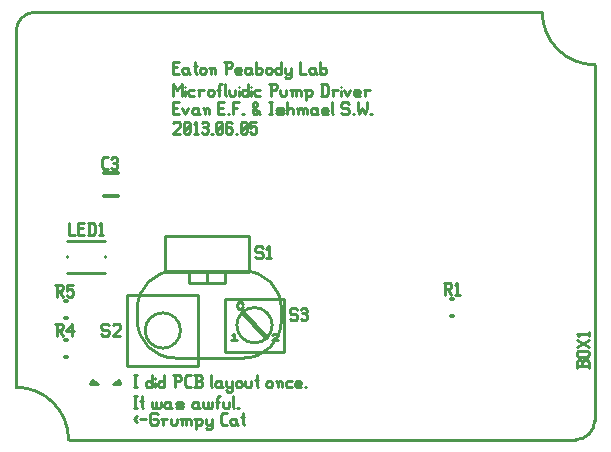
<source format=gbr>
G04 start of page 8 for group -4079 idx -4079 *
G04 Title: (unknown), topsilk *
G04 Creator: pcb 20110918 *
G04 CreationDate: Mon Jun 10 22:15:59 2013 UTC *
G04 For: fosse *
G04 Format: Gerber/RS-274X *
G04 PCB-Dimensions: 200000 148000 *
G04 PCB-Coordinate-Origin: lower left *
%MOIN*%
%FSLAX25Y25*%
%LNTOPSILK*%
%ADD78C,0.0130*%
%ADD77C,0.0160*%
%ADD76C,0.0110*%
%ADD75C,0.0100*%
G54D75*X28000Y23000D02*X30000Y21500D01*
X27500D01*
X28000Y23000D01*
X28286Y22786D02*Y21714D01*
X37000Y23000D02*X35000Y21500D01*
X37500D01*
X37000Y23000D01*
X36714Y22786D02*Y21714D01*
X42000Y24500D02*X43000D01*
X42500D02*Y20500D01*
X42000D02*X43000D01*
X48000Y24500D02*Y20500D01*
X47500D02*X48000Y21000D01*
X46500Y20500D02*X47500D01*
X46000Y21000D02*X46500Y20500D01*
X46000Y22000D02*Y21000D01*
Y22000D02*X46500Y22500D01*
X47500D01*
X48000Y22000D01*
X49200Y23500D02*Y23400D01*
Y22000D02*Y20500D01*
X52200Y24500D02*Y20500D01*
X51700D02*X52200Y21000D01*
X50700Y20500D02*X51700D01*
X50200Y21000D02*X50700Y20500D01*
X50200Y22000D02*Y21000D01*
Y22000D02*X50700Y22500D01*
X51700D01*
X52200Y22000D01*
X55700Y24500D02*Y20500D01*
X55200Y24500D02*X57200D01*
X57700Y24000D01*
Y23000D01*
X57200Y22500D02*X57700Y23000D01*
X55700Y22500D02*X57200D01*
X59600Y20500D02*X60900D01*
X58900Y21200D02*X59600Y20500D01*
X58900Y23800D02*Y21200D01*
Y23800D02*X59600Y24500D01*
X60900D01*
X62100Y20500D02*X64100D01*
X64600Y21000D01*
Y22200D02*Y21000D01*
X64100Y22700D02*X64600Y22200D01*
X62600Y22700D02*X64100D01*
X62600Y24500D02*Y20500D01*
X62100Y24500D02*X64100D01*
X64600Y24000D01*
Y23200D01*
X64100Y22700D02*X64600Y23200D01*
X67600Y24500D02*Y21000D01*
X68100Y20500D01*
X70600Y22500D02*X71100Y22000D01*
X69600Y22500D02*X70600D01*
X69100Y22000D02*X69600Y22500D01*
X69100Y22000D02*Y21000D01*
X69600Y20500D01*
X71100Y22500D02*Y21000D01*
X71600Y20500D01*
X69600D02*X70600D01*
X71100Y21000D01*
X72800Y22500D02*Y21000D01*
X73300Y20500D01*
X74800Y22500D02*Y19500D01*
X74300Y19000D02*X74800Y19500D01*
X73300Y19000D02*X74300D01*
X72800Y19500D02*X73300Y19000D01*
Y20500D02*X74300D01*
X74800Y21000D01*
X76000Y22000D02*Y21000D01*
Y22000D02*X76500Y22500D01*
X77500D01*
X78000Y22000D01*
Y21000D01*
X77500Y20500D02*X78000Y21000D01*
X76500Y20500D02*X77500D01*
X76000Y21000D02*X76500Y20500D01*
X79200Y22500D02*Y21000D01*
X79700Y20500D01*
X80700D01*
X81200Y21000D01*
Y22500D02*Y21000D01*
X82900Y24500D02*Y21000D01*
X83400Y20500D01*
X82400Y23000D02*X83400D01*
X86200Y22000D02*Y21000D01*
Y22000D02*X86700Y22500D01*
X87700D01*
X88200Y22000D01*
Y21000D01*
X87700Y20500D02*X88200Y21000D01*
X86700Y20500D02*X87700D01*
X86200Y21000D02*X86700Y20500D01*
X89900Y22000D02*Y20500D01*
Y22000D02*X90400Y22500D01*
X90900D01*
X91400Y22000D01*
Y20500D01*
X89400Y22500D02*X89900Y22000D01*
X93100Y22500D02*X94600D01*
X92600Y22000D02*X93100Y22500D01*
X92600Y22000D02*Y21000D01*
X93100Y20500D01*
X94600D01*
X96300D02*X97800D01*
X95800Y21000D02*X96300Y20500D01*
X95800Y22000D02*Y21000D01*
Y22000D02*X96300Y22500D01*
X97300D01*
X97800Y22000D01*
X95800Y21500D02*X97800D01*
Y22000D02*Y21500D01*
X99000Y20500D02*X99500D01*
X42000Y17500D02*X43000D01*
X42500D02*Y13500D01*
X42000D02*X43000D01*
X44700Y17500D02*Y14000D01*
X45200Y13500D01*
X44200Y16000D02*X45200D01*
X48000Y15500D02*Y14000D01*
X48500Y13500D01*
X49000D01*
X49500Y14000D01*
Y15500D02*Y14000D01*
X50000Y13500D01*
X50500D01*
X51000Y14000D01*
Y15500D02*Y14000D01*
X53700Y15500D02*X54200Y15000D01*
X52700Y15500D02*X53700D01*
X52200Y15000D02*X52700Y15500D01*
X52200Y15000D02*Y14000D01*
X52700Y13500D01*
X54200Y15500D02*Y14000D01*
X54700Y13500D01*
X52700D02*X53700D01*
X54200Y14000D01*
X56400Y13500D02*X57900D01*
X58400Y14000D01*
X57900Y14500D02*X58400Y14000D01*
X56400Y14500D02*X57900D01*
X55900Y15000D02*X56400Y14500D01*
X55900Y15000D02*X56400Y15500D01*
X57900D01*
X58400Y15000D01*
X55900Y14000D02*X56400Y13500D01*
X62900Y15500D02*X63400Y15000D01*
X61900Y15500D02*X62900D01*
X61400Y15000D02*X61900Y15500D01*
X61400Y15000D02*Y14000D01*
X61900Y13500D01*
X63400Y15500D02*Y14000D01*
X63900Y13500D01*
X61900D02*X62900D01*
X63400Y14000D01*
X65100Y15500D02*Y14000D01*
X65600Y13500D01*
X66100D01*
X66600Y14000D01*
Y15500D02*Y14000D01*
X67100Y13500D01*
X67600D01*
X68100Y14000D01*
Y15500D02*Y14000D01*
X69800Y17000D02*Y13500D01*
Y17000D02*X70300Y17500D01*
X70800D01*
X69300Y15500D02*X70300D01*
X71800D02*Y14000D01*
X72300Y13500D01*
X73300D01*
X73800Y14000D01*
Y15500D02*Y14000D01*
X75000Y17500D02*Y14000D01*
X75500Y13500D01*
X76500D02*X77000D01*
X42000Y10000D02*X43000Y11000D01*
X42000Y10000D02*X43000Y9000D01*
X44200Y10000D02*X46200D01*
X49400Y12000D02*X49900Y11500D01*
X47900Y12000D02*X49400D01*
X47400Y11500D02*X47900Y12000D01*
X47400Y11500D02*Y8500D01*
X47900Y8000D01*
X49400D01*
X49900Y8500D01*
Y9500D02*Y8500D01*
X49400Y10000D02*X49900Y9500D01*
X48400Y10000D02*X49400D01*
X51600Y9500D02*Y8000D01*
Y9500D02*X52100Y10000D01*
X53100D01*
X51100D02*X51600Y9500D01*
X54300Y10000D02*Y8500D01*
X54800Y8000D01*
X55800D01*
X56300Y8500D01*
Y10000D02*Y8500D01*
X58000Y9500D02*Y8000D01*
Y9500D02*X58500Y10000D01*
X59000D01*
X59500Y9500D01*
Y8000D01*
Y9500D02*X60000Y10000D01*
X60500D01*
X61000Y9500D01*
Y8000D01*
X57500Y10000D02*X58000Y9500D01*
X62700D02*Y6500D01*
X62200Y10000D02*X62700Y9500D01*
X63200Y10000D01*
X64200D01*
X64700Y9500D01*
Y8500D01*
X64200Y8000D02*X64700Y8500D01*
X63200Y8000D02*X64200D01*
X62700Y8500D02*X63200Y8000D01*
X65900Y10000D02*Y8500D01*
X66400Y8000D01*
X67900Y10000D02*Y7000D01*
X67400Y6500D02*X67900Y7000D01*
X66400Y6500D02*X67400D01*
X65900Y7000D02*X66400Y6500D01*
Y8000D02*X67400D01*
X67900Y8500D01*
X71600Y8000D02*X72900D01*
X70900Y8700D02*X71600Y8000D01*
X70900Y11300D02*Y8700D01*
Y11300D02*X71600Y12000D01*
X72900D01*
X75600Y10000D02*X76100Y9500D01*
X74600Y10000D02*X75600D01*
X74100Y9500D02*X74600Y10000D01*
X74100Y9500D02*Y8500D01*
X74600Y8000D01*
X76100Y10000D02*Y8500D01*
X76600Y8000D01*
X74600D02*X75600D01*
X76100Y8500D01*
X78300Y12000D02*Y8500D01*
X78800Y8000D01*
X77800Y10500D02*X78800D01*
X55000Y127200D02*X56500D01*
X55000Y125000D02*X57000D01*
X55000Y129000D02*Y125000D01*
Y129000D02*X57000D01*
X59700Y127000D02*X60200Y126500D01*
X58700Y127000D02*X59700D01*
X58200Y126500D02*X58700Y127000D01*
X58200Y126500D02*Y125500D01*
X58700Y125000D01*
X60200Y127000D02*Y125500D01*
X60700Y125000D01*
X58700D02*X59700D01*
X60200Y125500D01*
X62400Y129000D02*Y125500D01*
X62900Y125000D01*
X61900Y127500D02*X62900D01*
X63900Y126500D02*Y125500D01*
Y126500D02*X64400Y127000D01*
X65400D01*
X65900Y126500D01*
Y125500D01*
X65400Y125000D02*X65900Y125500D01*
X64400Y125000D02*X65400D01*
X63900Y125500D02*X64400Y125000D01*
X67600Y126500D02*Y125000D01*
Y126500D02*X68100Y127000D01*
X68600D01*
X69100Y126500D01*
Y125000D01*
X67100Y127000D02*X67600Y126500D01*
X72600Y129000D02*Y125000D01*
X72100Y129000D02*X74100D01*
X74600Y128500D01*
Y127500D01*
X74100Y127000D02*X74600Y127500D01*
X72600Y127000D02*X74100D01*
X76300Y125000D02*X77800D01*
X75800Y125500D02*X76300Y125000D01*
X75800Y126500D02*Y125500D01*
Y126500D02*X76300Y127000D01*
X77300D01*
X77800Y126500D01*
X75800Y126000D02*X77800D01*
Y126500D02*Y126000D01*
X80500Y127000D02*X81000Y126500D01*
X79500Y127000D02*X80500D01*
X79000Y126500D02*X79500Y127000D01*
X79000Y126500D02*Y125500D01*
X79500Y125000D01*
X81000Y127000D02*Y125500D01*
X81500Y125000D01*
X79500D02*X80500D01*
X81000Y125500D01*
X82700Y129000D02*Y125000D01*
Y125500D02*X83200Y125000D01*
X84200D01*
X84700Y125500D01*
Y126500D02*Y125500D01*
X84200Y127000D02*X84700Y126500D01*
X83200Y127000D02*X84200D01*
X82700Y126500D02*X83200Y127000D01*
X85900Y126500D02*Y125500D01*
Y126500D02*X86400Y127000D01*
X87400D01*
X87900Y126500D01*
Y125500D01*
X87400Y125000D02*X87900Y125500D01*
X86400Y125000D02*X87400D01*
X85900Y125500D02*X86400Y125000D01*
X91100Y129000D02*Y125000D01*
X90600D02*X91100Y125500D01*
X89600Y125000D02*X90600D01*
X89100Y125500D02*X89600Y125000D01*
X89100Y126500D02*Y125500D01*
Y126500D02*X89600Y127000D01*
X90600D01*
X91100Y126500D01*
X92300Y127000D02*Y125500D01*
X92800Y125000D01*
X94300Y127000D02*Y124000D01*
X93800Y123500D02*X94300Y124000D01*
X92800Y123500D02*X93800D01*
X92300Y124000D02*X92800Y123500D01*
Y125000D02*X93800D01*
X94300Y125500D01*
X97300Y129000D02*Y125000D01*
X99300D01*
X102000Y127000D02*X102500Y126500D01*
X101000Y127000D02*X102000D01*
X100500Y126500D02*X101000Y127000D01*
X100500Y126500D02*Y125500D01*
X101000Y125000D01*
X102500Y127000D02*Y125500D01*
X103000Y125000D01*
X101000D02*X102000D01*
X102500Y125500D01*
X104200Y129000D02*Y125000D01*
Y125500D02*X104700Y125000D01*
X105700D01*
X106200Y125500D01*
Y126500D02*Y125500D01*
X105700Y127000D02*X106200Y126500D01*
X104700Y127000D02*X105700D01*
X104200Y126500D02*X104700Y127000D01*
X54974Y121721D02*Y117721D01*
Y121721D02*X56474Y119721D01*
X57974Y121721D01*
Y117721D01*
X59174Y120721D02*Y120621D01*
Y119221D02*Y117721D01*
X60674Y119721D02*X62174D01*
X60174Y119221D02*X60674Y119721D01*
X60174Y119221D02*Y118221D01*
X60674Y117721D01*
X62174D01*
X63874Y119221D02*Y117721D01*
Y119221D02*X64374Y119721D01*
X65374D01*
X63374D02*X63874Y119221D01*
X66574D02*Y118221D01*
Y119221D02*X67074Y119721D01*
X68074D01*
X68574Y119221D01*
Y118221D01*
X68074Y117721D02*X68574Y118221D01*
X67074Y117721D02*X68074D01*
X66574Y118221D02*X67074Y117721D01*
X70274Y121221D02*Y117721D01*
Y121221D02*X70774Y121721D01*
X71274D01*
X69774Y119721D02*X70774D01*
X72274Y121721D02*Y118221D01*
X72774Y117721D01*
X73774Y119721D02*Y118221D01*
X74274Y117721D01*
X75274D01*
X75774Y118221D01*
Y119721D02*Y118221D01*
X76974Y120721D02*Y120621D01*
Y119221D02*Y117721D01*
X79974Y121721D02*Y117721D01*
X79474D02*X79974Y118221D01*
X78474Y117721D02*X79474D01*
X77974Y118221D02*X78474Y117721D01*
X77974Y119221D02*Y118221D01*
Y119221D02*X78474Y119721D01*
X79474D01*
X79974Y119221D01*
X81174Y120721D02*Y120621D01*
Y119221D02*Y117721D01*
X82674Y119721D02*X84174D01*
X82174Y119221D02*X82674Y119721D01*
X82174Y119221D02*Y118221D01*
X82674Y117721D01*
X84174D01*
X87674Y121721D02*Y117721D01*
X87174Y121721D02*X89174D01*
X89674Y121221D01*
Y120221D01*
X89174Y119721D02*X89674Y120221D01*
X87674Y119721D02*X89174D01*
X90874D02*Y118221D01*
X91374Y117721D01*
X92374D01*
X92874Y118221D01*
Y119721D02*Y118221D01*
X94574Y119221D02*Y117721D01*
Y119221D02*X95074Y119721D01*
X95574D01*
X96074Y119221D01*
Y117721D01*
Y119221D02*X96574Y119721D01*
X97074D01*
X97574Y119221D01*
Y117721D01*
X94074Y119721D02*X94574Y119221D01*
X99274D02*Y116221D01*
X98774Y119721D02*X99274Y119221D01*
X99774Y119721D01*
X100774D01*
X101274Y119221D01*
Y118221D01*
X100774Y117721D02*X101274Y118221D01*
X99774Y117721D02*X100774D01*
X99274Y118221D02*X99774Y117721D01*
X104774Y121721D02*Y117721D01*
X106074Y121721D02*X106774Y121021D01*
Y118421D01*
X106074Y117721D02*X106774Y118421D01*
X104274Y117721D02*X106074D01*
X104274Y121721D02*X106074D01*
X108474Y119221D02*Y117721D01*
Y119221D02*X108974Y119721D01*
X109974D01*
X107974D02*X108474Y119221D01*
X111174Y120721D02*Y120621D01*
Y119221D02*Y117721D01*
X112174Y119721D02*X113174Y117721D01*
X114174Y119721D02*X113174Y117721D01*
X115874D02*X117374D01*
X115374Y118221D02*X115874Y117721D01*
X115374Y119221D02*Y118221D01*
Y119221D02*X115874Y119721D01*
X116874D01*
X117374Y119221D01*
X115374Y118721D02*X117374D01*
Y119221D02*Y118721D01*
X119074Y119221D02*Y117721D01*
Y119221D02*X119574Y119721D01*
X120574D01*
X118574D02*X119074Y119221D01*
X55000Y108500D02*X55500Y109000D01*
X57000D01*
X57500Y108500D01*
Y107500D01*
X55000Y105000D02*X57500Y107500D01*
X55000Y105000D02*X57500D01*
X58700Y105500D02*X59200Y105000D01*
X58700Y108500D02*Y105500D01*
Y108500D02*X59200Y109000D01*
X60200D01*
X60700Y108500D01*
Y105500D01*
X60200Y105000D02*X60700Y105500D01*
X59200Y105000D02*X60200D01*
X58700Y106000D02*X60700Y108000D01*
X61900Y108200D02*X62700Y109000D01*
Y105000D01*
X61900D02*X63400D01*
X64600Y108500D02*X65100Y109000D01*
X66100D01*
X66600Y108500D01*
X66100Y105000D02*X66600Y105500D01*
X65100Y105000D02*X66100D01*
X64600Y105500D02*X65100Y105000D01*
Y107200D02*X66100D01*
X66600Y108500D02*Y107700D01*
Y106700D02*Y105500D01*
Y106700D02*X66100Y107200D01*
X66600Y107700D02*X66100Y107200D01*
X67800Y105000D02*X68300D01*
X69500Y105500D02*X70000Y105000D01*
X69500Y108500D02*Y105500D01*
Y108500D02*X70000Y109000D01*
X71000D01*
X71500Y108500D01*
Y105500D01*
X71000Y105000D02*X71500Y105500D01*
X70000Y105000D02*X71000D01*
X69500Y106000D02*X71500Y108000D01*
X74200Y109000D02*X74700Y108500D01*
X73200Y109000D02*X74200D01*
X72700Y108500D02*X73200Y109000D01*
X72700Y108500D02*Y105500D01*
X73200Y105000D01*
X74200Y107200D02*X74700Y106700D01*
X72700Y107200D02*X74200D01*
X73200Y105000D02*X74200D01*
X74700Y105500D01*
Y106700D02*Y105500D01*
X75900Y105000D02*X76400D01*
X77600Y105500D02*X78100Y105000D01*
X77600Y108500D02*Y105500D01*
Y108500D02*X78100Y109000D01*
X79100D01*
X79600Y108500D01*
Y105500D01*
X79100Y105000D02*X79600Y105500D01*
X78100Y105000D02*X79100D01*
X77600Y106000D02*X79600Y108000D01*
X80800Y109000D02*X82800D01*
X80800D02*Y107000D01*
X81300Y107500D01*
X82300D01*
X82800Y107000D01*
Y105500D01*
X82300Y105000D02*X82800Y105500D01*
X81300Y105000D02*X82300D01*
X80800Y105500D02*X81300Y105000D01*
X55000Y113700D02*X56500D01*
X55000Y111500D02*X57000D01*
X55000Y115500D02*Y111500D01*
Y115500D02*X57000D01*
X58200Y113500D02*X59200Y111500D01*
X60200Y113500D02*X59200Y111500D01*
X62900Y113500D02*X63400Y113000D01*
X61900Y113500D02*X62900D01*
X61400Y113000D02*X61900Y113500D01*
X61400Y113000D02*Y112000D01*
X61900Y111500D01*
X63400Y113500D02*Y112000D01*
X63900Y111500D01*
X61900D02*X62900D01*
X63400Y112000D01*
X65600Y113000D02*Y111500D01*
Y113000D02*X66100Y113500D01*
X66600D01*
X67100Y113000D01*
Y111500D01*
X65100Y113500D02*X65600Y113000D01*
X70100Y113700D02*X71600D01*
X70100Y111500D02*X72100D01*
X70100Y115500D02*Y111500D01*
Y115500D02*X72100D01*
X73300Y111500D02*X73800D01*
X75000Y115500D02*Y111500D01*
Y115500D02*X77000D01*
X75000Y113700D02*X76500D01*
X78200Y111500D02*X78700D01*
X81700Y112000D02*X82200Y111500D01*
X81700Y115000D02*Y114000D01*
Y115000D02*X82200Y115500D01*
X81700Y113000D02*X83200Y114500D01*
X82200Y111500D02*X82700D01*
X83700Y112500D01*
X81700Y114000D02*X84200Y111500D01*
X82200Y115500D02*X82700D01*
X83200Y115000D01*
Y114500D01*
X81700Y113000D02*Y112000D01*
X87200Y115500D02*X88200D01*
X87700D02*Y111500D01*
X87200D02*X88200D01*
X89900D02*X91400D01*
X91900Y112000D01*
X91400Y112500D02*X91900Y112000D01*
X89900Y112500D02*X91400D01*
X89400Y113000D02*X89900Y112500D01*
X89400Y113000D02*X89900Y113500D01*
X91400D01*
X91900Y113000D01*
X89400Y112000D02*X89900Y111500D01*
X93100Y115500D02*Y111500D01*
Y113000D02*X93600Y113500D01*
X94600D01*
X95100Y113000D01*
Y111500D01*
X96800Y113000D02*Y111500D01*
Y113000D02*X97300Y113500D01*
X97800D01*
X98300Y113000D01*
Y111500D01*
Y113000D02*X98800Y113500D01*
X99300D01*
X99800Y113000D01*
Y111500D01*
X96300Y113500D02*X96800Y113000D01*
X102500Y113500D02*X103000Y113000D01*
X101500Y113500D02*X102500D01*
X101000Y113000D02*X101500Y113500D01*
X101000Y113000D02*Y112000D01*
X101500Y111500D01*
X103000Y113500D02*Y112000D01*
X103500Y111500D01*
X101500D02*X102500D01*
X103000Y112000D01*
X105200Y111500D02*X106700D01*
X104700Y112000D02*X105200Y111500D01*
X104700Y113000D02*Y112000D01*
Y113000D02*X105200Y113500D01*
X106200D01*
X106700Y113000D01*
X104700Y112500D02*X106700D01*
Y113000D02*Y112500D01*
X107900Y115500D02*Y112000D01*
X108400Y111500D01*
X113200Y115500D02*X113700Y115000D01*
X111700Y115500D02*X113200D01*
X111200Y115000D02*X111700Y115500D01*
X111200Y115000D02*Y114000D01*
X111700Y113500D01*
X113200D01*
X113700Y113000D01*
Y112000D01*
X113200Y111500D02*X113700Y112000D01*
X111700Y111500D02*X113200D01*
X111200Y112000D02*X111700Y111500D01*
X114900D02*X115400D01*
X116600Y115500D02*Y113500D01*
X117100Y111500D01*
X118100Y113500D01*
X119100Y111500D01*
X119600Y113500D01*
Y115500D02*Y113500D01*
X120800Y111500D02*X121300D01*
X39864Y51276D02*X63486D01*
Y27654D01*
X39864D02*X63486D01*
X39864Y51276D02*Y27654D01*
X57581Y39465D02*G75*G03X51675Y45371I-5906J0D01*G01*
Y33559D02*G75*G03X57581Y39465I0J5906D01*G01*
X45769D02*G75*G03X51675Y33559I5906J0D01*G01*
Y45371D02*G75*G03X45769Y39465I0J-5906D01*G01*
G54D76*X72382Y50062D02*X92067D01*
Y32346D01*
X72382D01*
Y50062D01*
G54D77*X86162Y37267D02*X78288Y45141D01*
G54D76*X89508Y38449D02*Y38448D01*
X90098Y37858D02*Y37464D01*
X89508Y38448D02*X90098Y37858D01*
X75335Y36283D02*Y38449D01*
X76319Y36283D02*X74351D01*
X75335Y38449D02*X74744Y37858D01*
X90098Y36282D02*X88130D01*
X90098Y37464D02*X88130Y36282D01*
Y37858D02*Y37859D01*
X88720Y38449D01*
X89507D01*
X76909Y46716D02*X77697D01*
Y48881D02*X76909D01*
X76319Y48291D01*
Y47306D01*
X76909Y46716D01*
X78287Y48291D02*X77697Y48881D01*
Y46716D02*X78287Y47306D01*
X88130Y41204D02*G75*G03X82224Y47110I-5906J0D01*G01*
G75*G03X76319Y41205I0J-5905D01*G01*
G75*G03X82225Y35299I5906J0D01*G01*
G75*G03X88130Y41204I0J5905D01*G01*
G54D75*X80550Y70900D02*X52250D01*
Y59100D01*
X80550D01*
Y70900D01*
X60500Y59100D02*Y55200D01*
X72300D01*
Y59100D01*
X66400D02*Y55200D01*
G54D78*X147607Y49961D02*X148393D01*
X147607Y44451D02*X148393D01*
G54D75*X195650Y128050D02*Y9450D01*
X9150Y145550D02*X178150D01*
X20250Y3050D02*X189250D01*
X2750Y139150D02*Y20550D01*
X55700Y30300D02*X78700D01*
X55700Y59300D02*X78700D01*
X43200Y46900D02*Y42700D01*
X91200Y47000D02*Y42600D01*
X189250Y3050D02*G75*G03X195650Y9450I0J6400D01*G01*
X178150Y145550D02*G75*G03X195650Y128050I17500J0D01*G01*
X20250Y3050D02*G75*G03X2750Y20550I-17500J0D01*G01*
X9150Y145550D02*G75*G03X2750Y139150I0J-6400D01*G01*
X91200Y46800D02*G75*G03X78700Y59300I-12500J0D01*G01*
X55700D02*G75*G03X43200Y46800I0J-12500D01*G01*
Y42800D02*G75*G03X55700Y30300I12500J0D01*G01*
X78700D02*G75*G03X91200Y42800I0J12500D01*G01*
G54D78*X19107Y36255D02*X19893D01*
X19107Y30745D02*X19893D01*
X19107Y49255D02*X19893D01*
X19107Y43745D02*X19893D01*
X32138Y91843D02*X36862D01*
X32138Y84363D02*X36862D01*
G54D75*X32299Y58685D02*X19701D01*
Y69315D02*X32299D01*
Y64197D02*Y63803D01*
X19701Y64197D02*Y63803D01*
X145393Y55356D02*X147393D01*
X147893Y54856D01*
Y53856D01*
X147393Y53356D02*X147893Y53856D01*
X145893Y53356D02*X147393D01*
X145893Y55356D02*Y51356D01*
X146693Y53356D02*X147893Y51356D01*
X149093Y54556D02*X149893Y55356D01*
Y51356D01*
X149093D02*X150593D01*
X95965Y46952D02*X96465Y46452D01*
X94465Y46952D02*X95965D01*
X93965Y46452D02*X94465Y46952D01*
X93965Y46452D02*Y45452D01*
X94465Y44952D01*
X95965D01*
X96465Y44452D01*
Y43452D01*
X95965Y42952D02*X96465Y43452D01*
X94465Y42952D02*X95965D01*
X93965Y43452D02*X94465Y42952D01*
X97665Y46452D02*X98165Y46952D01*
X99165D01*
X99665Y46452D01*
X99165Y42952D02*X99665Y43452D01*
X98165Y42952D02*X99165D01*
X97665Y43452D02*X98165Y42952D01*
Y45152D02*X99165D01*
X99665Y46452D02*Y45652D01*
Y44652D02*Y43452D01*
Y44652D02*X99165Y45152D01*
X99665Y45652D02*X99165Y45152D01*
X193620Y29010D02*Y27010D01*
Y29010D02*X193120Y29510D01*
X191920D02*X193120D01*
X191420Y29010D02*X191920Y29510D01*
X191420Y29010D02*Y27510D01*
X189620D02*X193620D01*
X189620Y29010D02*Y27010D01*
Y29010D02*X190120Y29510D01*
X190920D01*
X191420Y29010D02*X190920Y29510D01*
X190120Y30710D02*X193120D01*
X190120D02*X189620Y31210D01*
Y32210D02*Y31210D01*
Y32210D02*X190120Y32710D01*
X193120D01*
X193620Y32210D02*X193120Y32710D01*
X193620Y32210D02*Y31210D01*
X193120Y30710D02*X193620Y31210D01*
Y33910D02*X189620Y36410D01*
Y33910D02*X193620Y36410D01*
X190420Y37610D02*X189620Y38410D01*
X193620D01*
Y39110D02*Y37610D01*
X32050Y93253D02*X33350D01*
X31350Y93953D02*X32050Y93253D01*
X31350Y96553D02*Y93953D01*
Y96553D02*X32050Y97253D01*
X33350D01*
X34550Y96753D02*X35050Y97253D01*
X36050D01*
X36550Y96753D01*
X36050Y93253D02*X36550Y93753D01*
X35050Y93253D02*X36050D01*
X34550Y93753D02*X35050Y93253D01*
Y95453D02*X36050D01*
X36550Y96753D02*Y95953D01*
Y94953D02*Y93753D01*
Y94953D02*X36050Y95453D01*
X36550Y95953D02*X36050Y95453D01*
X20291Y75402D02*Y71402D01*
X22291D01*
X23491Y73602D02*X24991D01*
X23491Y71402D02*X25491D01*
X23491Y75402D02*Y71402D01*
Y75402D02*X25491D01*
X27191D02*Y71402D01*
X28491Y75402D02*X29191Y74702D01*
Y72102D01*
X28491Y71402D02*X29191Y72102D01*
X26691Y71402D02*X28491D01*
X26691Y75402D02*X28491D01*
X30391Y74602D02*X31191Y75402D01*
Y71402D01*
X30391D02*X31891D01*
X15807Y41650D02*X17807D01*
X18307Y41150D01*
Y40150D01*
X17807Y39650D02*X18307Y40150D01*
X16307Y39650D02*X17807D01*
X16307Y41650D02*Y37650D01*
X17107Y39650D02*X18307Y37650D01*
X19507Y39150D02*X21507Y41650D01*
X19507Y39150D02*X22007D01*
X21507Y41650D02*Y37650D01*
X15893Y54650D02*X17893D01*
X18393Y54150D01*
Y53150D01*
X17893Y52650D02*X18393Y53150D01*
X16393Y52650D02*X17893D01*
X16393Y54650D02*Y50650D01*
X17193Y52650D02*X18393Y50650D01*
X19593Y54650D02*X21593D01*
X19593D02*Y52650D01*
X20093Y53150D01*
X21093D01*
X21593Y52650D01*
Y51150D01*
X21093Y50650D02*X21593Y51150D01*
X20093Y50650D02*X21093D01*
X19593Y51150D02*X20093Y50650D01*
X33222Y41666D02*X33722Y41166D01*
X31722Y41666D02*X33222D01*
X31222Y41166D02*X31722Y41666D01*
X31222Y41166D02*Y40166D01*
X31722Y39666D01*
X33222D01*
X33722Y39166D01*
Y38166D01*
X33222Y37666D02*X33722Y38166D01*
X31722Y37666D02*X33222D01*
X31222Y38166D02*X31722Y37666D01*
X34922Y41166D02*X35422Y41666D01*
X36922D01*
X37422Y41166D01*
Y40166D01*
X34922Y37666D02*X37422Y40166D01*
X34922Y37666D02*X37422D01*
X84400Y67500D02*X84900Y67000D01*
X82900Y67500D02*X84400D01*
X82400Y67000D02*X82900Y67500D01*
X82400Y67000D02*Y66000D01*
X82900Y65500D01*
X84400D01*
X84900Y65000D01*
Y64000D01*
X84400Y63500D02*X84900Y64000D01*
X82900Y63500D02*X84400D01*
X82400Y64000D02*X82900Y63500D01*
X86100Y66700D02*X86900Y67500D01*
Y63500D01*
X86100D02*X87600D01*
M02*

</source>
